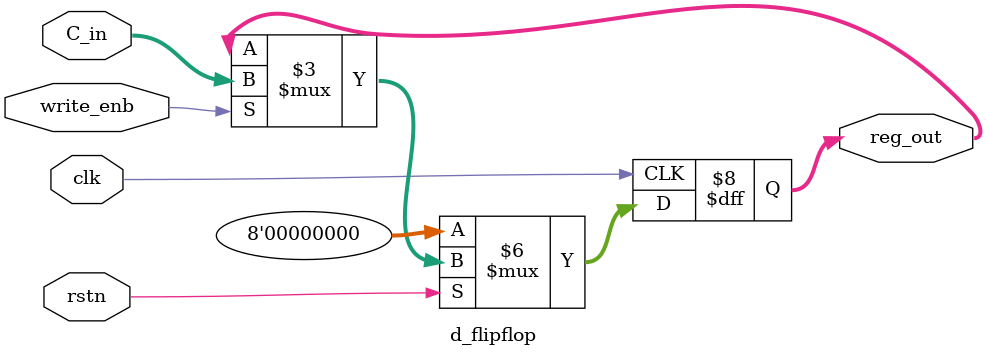
<source format=sv>
module d_flipflop(C_in, clk, rstn, write_enb, reg_out);

	input clk, rstn;
	input write_enb;
	input [7:0] C_in;
	output logic [7:0] reg_out;
	
	always_ff@(posedge clk)
	begin
		if (!rstn) // Active-low reset trigger to reset register to zero
			reg_out <= 1'b0;
		else
			if (write_enb) // If enable is the dff block is trigger from control unit
				reg_out <= C_in; // Pass the value from in to out
	end

endmodule
				
</source>
